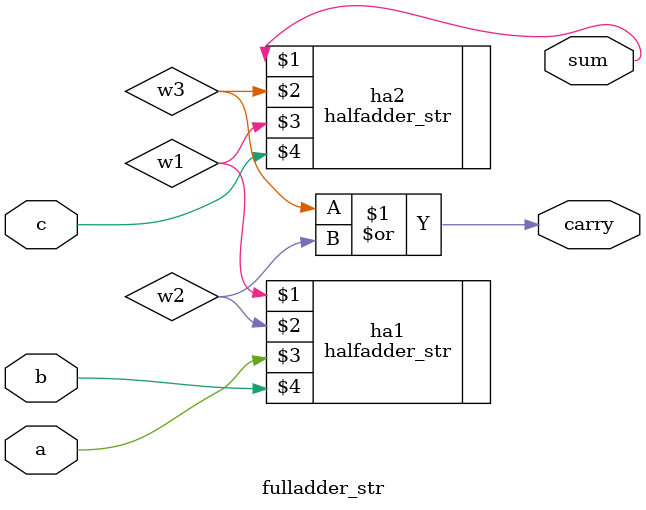
<source format=v>
`timescale 1ns / 1ps
module fulladder_str(sum,carry,a,b,c);
    input a,b,c;
    output sum,carry;
	 wire w1,w2,w3;
	 halfadder_str ha1(w1,w2,a,b);
	 halfadder_str ha2(sum,w3,w1,c);
	 or g3(carry,w3,w2);


endmodule

</source>
